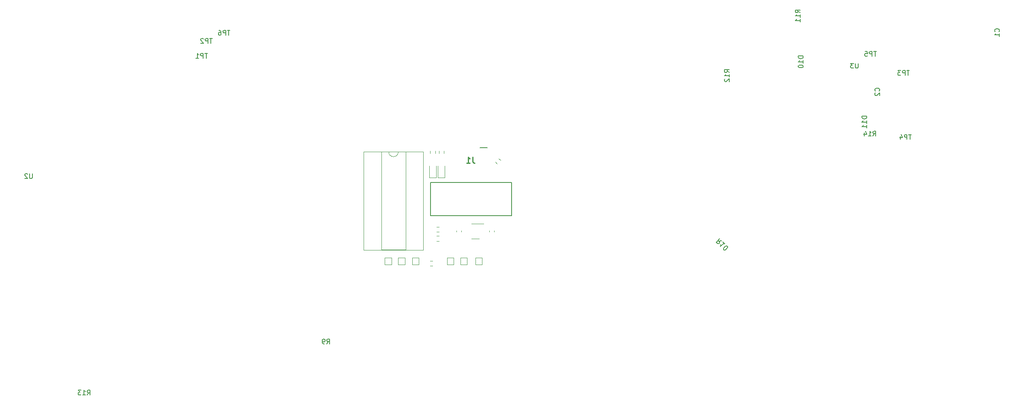
<source format=gbo>
G04 #@! TF.GenerationSoftware,KiCad,Pcbnew,(6.0.1)*
G04 #@! TF.CreationDate,2022-05-01T16:09:43+05:30*
G04 #@! TF.ProjectId,BCD watch V1.0,42434420-7761-4746-9368-2056312e302e,rev?*
G04 #@! TF.SameCoordinates,Original*
G04 #@! TF.FileFunction,Legend,Bot*
G04 #@! TF.FilePolarity,Positive*
%FSLAX46Y46*%
G04 Gerber Fmt 4.6, Leading zero omitted, Abs format (unit mm)*
G04 Created by KiCad (PCBNEW (6.0.1)) date 2022-05-01 16:09:43*
%MOMM*%
%LPD*%
G01*
G04 APERTURE LIST*
%ADD10C,0.150000*%
%ADD11C,0.254000*%
%ADD12C,0.120000*%
%ADD13C,0.200000*%
G04 APERTURE END LIST*
D10*
X82400000Y-58750000D02*
X65400000Y-58750000D01*
X65400000Y-51750000D02*
X82400000Y-51750000D01*
X65400000Y-58750000D02*
X65400000Y-51750000D01*
X82400000Y-51750000D02*
X82400000Y-58750000D01*
G04 #@! TO.C,R11*
X142652380Y-16257142D02*
X142176190Y-15923809D01*
X142652380Y-15685714D02*
X141652380Y-15685714D01*
X141652380Y-16066666D01*
X141700000Y-16161904D01*
X141747619Y-16209523D01*
X141842857Y-16257142D01*
X141985714Y-16257142D01*
X142080952Y-16209523D01*
X142128571Y-16161904D01*
X142176190Y-16066666D01*
X142176190Y-15685714D01*
X142652380Y-17209523D02*
X142652380Y-16638095D01*
X142652380Y-16923809D02*
X141652380Y-16923809D01*
X141795238Y-16828571D01*
X141890476Y-16733333D01*
X141938095Y-16638095D01*
X142652380Y-18161904D02*
X142652380Y-17590476D01*
X142652380Y-17876190D02*
X141652380Y-17876190D01*
X141795238Y-17780952D01*
X141890476Y-17685714D01*
X141938095Y-17590476D01*
G04 #@! TO.C,D11*
X156552380Y-37885714D02*
X155552380Y-37885714D01*
X155552380Y-38123809D01*
X155600000Y-38266666D01*
X155695238Y-38361904D01*
X155790476Y-38409523D01*
X155980952Y-38457142D01*
X156123809Y-38457142D01*
X156314285Y-38409523D01*
X156409523Y-38361904D01*
X156504761Y-38266666D01*
X156552380Y-38123809D01*
X156552380Y-37885714D01*
X156552380Y-39409523D02*
X156552380Y-38838095D01*
X156552380Y-39123809D02*
X155552380Y-39123809D01*
X155695238Y-39028571D01*
X155790476Y-38933333D01*
X155838095Y-38838095D01*
X156552380Y-40361904D02*
X156552380Y-39790476D01*
X156552380Y-40076190D02*
X155552380Y-40076190D01*
X155695238Y-39980952D01*
X155790476Y-39885714D01*
X155838095Y-39790476D01*
G04 #@! TO.C,C1*
X184157142Y-20233333D02*
X184204761Y-20185714D01*
X184252380Y-20042857D01*
X184252380Y-19947619D01*
X184204761Y-19804761D01*
X184109523Y-19709523D01*
X184014285Y-19661904D01*
X183823809Y-19614285D01*
X183680952Y-19614285D01*
X183490476Y-19661904D01*
X183395238Y-19709523D01*
X183300000Y-19804761D01*
X183252380Y-19947619D01*
X183252380Y-20042857D01*
X183300000Y-20185714D01*
X183347619Y-20233333D01*
X184252380Y-21185714D02*
X184252380Y-20614285D01*
X184252380Y-20900000D02*
X183252380Y-20900000D01*
X183395238Y-20804761D01*
X183490476Y-20709523D01*
X183538095Y-20614285D01*
G04 #@! TO.C,R9*
X43766666Y-85552380D02*
X44100000Y-85076190D01*
X44338095Y-85552380D02*
X44338095Y-84552380D01*
X43957142Y-84552380D01*
X43861904Y-84600000D01*
X43814285Y-84647619D01*
X43766666Y-84742857D01*
X43766666Y-84885714D01*
X43814285Y-84980952D01*
X43861904Y-85028571D01*
X43957142Y-85076190D01*
X44338095Y-85076190D01*
X43290476Y-85552380D02*
X43100000Y-85552380D01*
X43004761Y-85504761D01*
X42957142Y-85457142D01*
X42861904Y-85314285D01*
X42814285Y-85123809D01*
X42814285Y-84742857D01*
X42861904Y-84647619D01*
X42909523Y-84600000D01*
X43004761Y-84552380D01*
X43195238Y-84552380D01*
X43290476Y-84600000D01*
X43338095Y-84647619D01*
X43385714Y-84742857D01*
X43385714Y-84980952D01*
X43338095Y-85076190D01*
X43290476Y-85123809D01*
X43195238Y-85171428D01*
X43004761Y-85171428D01*
X42909523Y-85123809D01*
X42861904Y-85076190D01*
X42814285Y-84980952D01*
G04 #@! TO.C,TP4*
X165861904Y-41752380D02*
X165290476Y-41752380D01*
X165576190Y-42752380D02*
X165576190Y-41752380D01*
X164957142Y-42752380D02*
X164957142Y-41752380D01*
X164576190Y-41752380D01*
X164480952Y-41800000D01*
X164433333Y-41847619D01*
X164385714Y-41942857D01*
X164385714Y-42085714D01*
X164433333Y-42180952D01*
X164480952Y-42228571D01*
X164576190Y-42276190D01*
X164957142Y-42276190D01*
X163528571Y-42085714D02*
X163528571Y-42752380D01*
X163766666Y-41704761D02*
X164004761Y-42419047D01*
X163385714Y-42419047D01*
G04 #@! TO.C,TP1*
X18861904Y-24752380D02*
X18290476Y-24752380D01*
X18576190Y-25752380D02*
X18576190Y-24752380D01*
X17957142Y-25752380D02*
X17957142Y-24752380D01*
X17576190Y-24752380D01*
X17480952Y-24800000D01*
X17433333Y-24847619D01*
X17385714Y-24942857D01*
X17385714Y-25085714D01*
X17433333Y-25180952D01*
X17480952Y-25228571D01*
X17576190Y-25276190D01*
X17957142Y-25276190D01*
X16433333Y-25752380D02*
X17004761Y-25752380D01*
X16719047Y-25752380D02*
X16719047Y-24752380D01*
X16814285Y-24895238D01*
X16909523Y-24990476D01*
X17004761Y-25038095D01*
G04 #@! TO.C,R14*
X157842857Y-42042380D02*
X158176190Y-41566190D01*
X158414285Y-42042380D02*
X158414285Y-41042380D01*
X158033333Y-41042380D01*
X157938095Y-41090000D01*
X157890476Y-41137619D01*
X157842857Y-41232857D01*
X157842857Y-41375714D01*
X157890476Y-41470952D01*
X157938095Y-41518571D01*
X158033333Y-41566190D01*
X158414285Y-41566190D01*
X156890476Y-42042380D02*
X157461904Y-42042380D01*
X157176190Y-42042380D02*
X157176190Y-41042380D01*
X157271428Y-41185238D01*
X157366666Y-41280476D01*
X157461904Y-41328095D01*
X156033333Y-41375714D02*
X156033333Y-42042380D01*
X156271428Y-40994761D02*
X156509523Y-41709047D01*
X155890476Y-41709047D01*
G04 #@! TO.C,R13*
X-6257142Y-96252380D02*
X-5923809Y-95776190D01*
X-5685714Y-96252380D02*
X-5685714Y-95252380D01*
X-6066666Y-95252380D01*
X-6161904Y-95300000D01*
X-6209523Y-95347619D01*
X-6257142Y-95442857D01*
X-6257142Y-95585714D01*
X-6209523Y-95680952D01*
X-6161904Y-95728571D01*
X-6066666Y-95776190D01*
X-5685714Y-95776190D01*
X-7209523Y-96252380D02*
X-6638095Y-96252380D01*
X-6923809Y-96252380D02*
X-6923809Y-95252380D01*
X-6828571Y-95395238D01*
X-6733333Y-95490476D01*
X-6638095Y-95538095D01*
X-7542857Y-95252380D02*
X-8161904Y-95252380D01*
X-7828571Y-95633333D01*
X-7971428Y-95633333D01*
X-8066666Y-95680952D01*
X-8114285Y-95728571D01*
X-8161904Y-95823809D01*
X-8161904Y-96061904D01*
X-8114285Y-96157142D01*
X-8066666Y-96204761D01*
X-7971428Y-96252380D01*
X-7685714Y-96252380D01*
X-7590476Y-96204761D01*
X-7542857Y-96157142D01*
G04 #@! TO.C,D10*
X143252380Y-25285714D02*
X142252380Y-25285714D01*
X142252380Y-25523809D01*
X142300000Y-25666666D01*
X142395238Y-25761904D01*
X142490476Y-25809523D01*
X142680952Y-25857142D01*
X142823809Y-25857142D01*
X143014285Y-25809523D01*
X143109523Y-25761904D01*
X143204761Y-25666666D01*
X143252380Y-25523809D01*
X143252380Y-25285714D01*
X143252380Y-26809523D02*
X143252380Y-26238095D01*
X143252380Y-26523809D02*
X142252380Y-26523809D01*
X142395238Y-26428571D01*
X142490476Y-26333333D01*
X142538095Y-26238095D01*
X142252380Y-27428571D02*
X142252380Y-27523809D01*
X142300000Y-27619047D01*
X142347619Y-27666666D01*
X142442857Y-27714285D01*
X142633333Y-27761904D01*
X142871428Y-27761904D01*
X143061904Y-27714285D01*
X143157142Y-27666666D01*
X143204761Y-27619047D01*
X143252380Y-27523809D01*
X143252380Y-27428571D01*
X143204761Y-27333333D01*
X143157142Y-27285714D01*
X143061904Y-27238095D01*
X142871428Y-27190476D01*
X142633333Y-27190476D01*
X142442857Y-27238095D01*
X142347619Y-27285714D01*
X142300000Y-27333333D01*
X142252380Y-27428571D01*
G04 #@! TO.C,R10*
X126246492Y-63991086D02*
X125674073Y-64092101D01*
X125842431Y-63587025D02*
X125135325Y-64294132D01*
X125404699Y-64563506D01*
X125505714Y-64597178D01*
X125573057Y-64597178D01*
X125674073Y-64563506D01*
X125775088Y-64462491D01*
X125808760Y-64361475D01*
X125808760Y-64294132D01*
X125775088Y-64193117D01*
X125505714Y-63923743D01*
X126919928Y-64664521D02*
X126515867Y-64260460D01*
X126717897Y-64462491D02*
X126010790Y-65169598D01*
X126044462Y-65001239D01*
X126044462Y-64866552D01*
X126010790Y-64765537D01*
X126650554Y-65809361D02*
X126717897Y-65876704D01*
X126818912Y-65910376D01*
X126886256Y-65910376D01*
X126987271Y-65876704D01*
X127155630Y-65775689D01*
X127323989Y-65607330D01*
X127425004Y-65438972D01*
X127458676Y-65337956D01*
X127458676Y-65270613D01*
X127425004Y-65169598D01*
X127357660Y-65102254D01*
X127256645Y-65068582D01*
X127189302Y-65068582D01*
X127088286Y-65102254D01*
X126919928Y-65203269D01*
X126751569Y-65371628D01*
X126650554Y-65539987D01*
X126616882Y-65641002D01*
X126616882Y-65708346D01*
X126650554Y-65809361D01*
G04 #@! TO.C,TP5*
X158561904Y-24352380D02*
X157990476Y-24352380D01*
X158276190Y-25352380D02*
X158276190Y-24352380D01*
X157657142Y-25352380D02*
X157657142Y-24352380D01*
X157276190Y-24352380D01*
X157180952Y-24400000D01*
X157133333Y-24447619D01*
X157085714Y-24542857D01*
X157085714Y-24685714D01*
X157133333Y-24780952D01*
X157180952Y-24828571D01*
X157276190Y-24876190D01*
X157657142Y-24876190D01*
X156180952Y-24352380D02*
X156657142Y-24352380D01*
X156704761Y-24828571D01*
X156657142Y-24780952D01*
X156561904Y-24733333D01*
X156323809Y-24733333D01*
X156228571Y-24780952D01*
X156180952Y-24828571D01*
X156133333Y-24923809D01*
X156133333Y-25161904D01*
X156180952Y-25257142D01*
X156228571Y-25304761D01*
X156323809Y-25352380D01*
X156561904Y-25352380D01*
X156657142Y-25304761D01*
X156704761Y-25257142D01*
G04 #@! TO.C,C2*
X159157141Y-32633334D02*
X159204760Y-32585715D01*
X159252379Y-32442858D01*
X159252379Y-32347620D01*
X159204760Y-32204762D01*
X159109522Y-32109524D01*
X159014284Y-32061905D01*
X158823808Y-32014286D01*
X158680951Y-32014286D01*
X158490475Y-32061905D01*
X158395237Y-32109524D01*
X158299999Y-32204762D01*
X158252379Y-32347620D01*
X158252379Y-32442858D01*
X158299999Y-32585715D01*
X158347618Y-32633334D01*
X158347618Y-33014286D02*
X158299999Y-33061905D01*
X158252379Y-33157143D01*
X158252379Y-33395239D01*
X158299999Y-33490477D01*
X158347618Y-33538096D01*
X158442856Y-33585715D01*
X158538094Y-33585715D01*
X158680951Y-33538096D01*
X159252379Y-32966667D01*
X159252379Y-33585715D01*
G04 #@! TO.C,TP3*
X165461904Y-28352380D02*
X164890476Y-28352380D01*
X165176190Y-29352380D02*
X165176190Y-28352380D01*
X164557142Y-29352380D02*
X164557142Y-28352380D01*
X164176190Y-28352380D01*
X164080952Y-28400000D01*
X164033333Y-28447619D01*
X163985714Y-28542857D01*
X163985714Y-28685714D01*
X164033333Y-28780952D01*
X164080952Y-28828571D01*
X164176190Y-28876190D01*
X164557142Y-28876190D01*
X163652380Y-28352380D02*
X163033333Y-28352380D01*
X163366666Y-28733333D01*
X163223809Y-28733333D01*
X163128571Y-28780952D01*
X163080952Y-28828571D01*
X163033333Y-28923809D01*
X163033333Y-29161904D01*
X163080952Y-29257142D01*
X163128571Y-29304761D01*
X163223809Y-29352380D01*
X163509523Y-29352380D01*
X163604761Y-29304761D01*
X163652380Y-29257142D01*
D11*
G04 #@! TO.C,J1*
X74223333Y-46404523D02*
X74223333Y-47311666D01*
X74283809Y-47493095D01*
X74404761Y-47614047D01*
X74586190Y-47674523D01*
X74707142Y-47674523D01*
X72953333Y-47674523D02*
X73679047Y-47674523D01*
X73316190Y-47674523D02*
X73316190Y-46404523D01*
X73437142Y-46585952D01*
X73558095Y-46706904D01*
X73679047Y-46767380D01*
D10*
G04 #@! TO.C,U3*
X154761904Y-26852380D02*
X154761904Y-27661904D01*
X154714285Y-27757142D01*
X154666666Y-27804761D01*
X154571428Y-27852380D01*
X154380952Y-27852380D01*
X154285714Y-27804761D01*
X154238095Y-27757142D01*
X154190476Y-27661904D01*
X154190476Y-26852380D01*
X153809523Y-26852380D02*
X153190476Y-26852380D01*
X153523809Y-27233333D01*
X153380952Y-27233333D01*
X153285714Y-27280952D01*
X153238095Y-27328571D01*
X153190476Y-27423809D01*
X153190476Y-27661904D01*
X153238095Y-27757142D01*
X153285714Y-27804761D01*
X153380952Y-27852380D01*
X153666666Y-27852380D01*
X153761904Y-27804761D01*
X153809523Y-27757142D01*
G04 #@! TO.C,TP6*
X23561904Y-19952380D02*
X22990476Y-19952380D01*
X23276190Y-20952380D02*
X23276190Y-19952380D01*
X22657142Y-20952380D02*
X22657142Y-19952380D01*
X22276190Y-19952380D01*
X22180952Y-20000000D01*
X22133333Y-20047619D01*
X22085714Y-20142857D01*
X22085714Y-20285714D01*
X22133333Y-20380952D01*
X22180952Y-20428571D01*
X22276190Y-20476190D01*
X22657142Y-20476190D01*
X21228571Y-19952380D02*
X21419047Y-19952380D01*
X21514285Y-20000000D01*
X21561904Y-20047619D01*
X21657142Y-20190476D01*
X21704761Y-20380952D01*
X21704761Y-20761904D01*
X21657142Y-20857142D01*
X21609523Y-20904761D01*
X21514285Y-20952380D01*
X21323809Y-20952380D01*
X21228571Y-20904761D01*
X21180952Y-20857142D01*
X21133333Y-20761904D01*
X21133333Y-20523809D01*
X21180952Y-20428571D01*
X21228571Y-20380952D01*
X21323809Y-20333333D01*
X21514285Y-20333333D01*
X21609523Y-20380952D01*
X21657142Y-20428571D01*
X21704761Y-20523809D01*
G04 #@! TO.C,TP2*
X19861904Y-21652380D02*
X19290476Y-21652380D01*
X19576190Y-22652380D02*
X19576190Y-21652380D01*
X18957142Y-22652380D02*
X18957142Y-21652380D01*
X18576190Y-21652380D01*
X18480952Y-21700000D01*
X18433333Y-21747619D01*
X18385714Y-21842857D01*
X18385714Y-21985714D01*
X18433333Y-22080952D01*
X18480952Y-22128571D01*
X18576190Y-22176190D01*
X18957142Y-22176190D01*
X18004761Y-21747619D02*
X17957142Y-21700000D01*
X17861904Y-21652380D01*
X17623809Y-21652380D01*
X17528571Y-21700000D01*
X17480952Y-21747619D01*
X17433333Y-21842857D01*
X17433333Y-21938095D01*
X17480952Y-22080952D01*
X18052380Y-22652380D01*
X17433333Y-22652380D01*
G04 #@! TO.C,U2*
X-17738095Y-49952380D02*
X-17738095Y-50761904D01*
X-17785714Y-50857142D01*
X-17833333Y-50904761D01*
X-17928571Y-50952380D01*
X-18119047Y-50952380D01*
X-18214285Y-50904761D01*
X-18261904Y-50857142D01*
X-18309523Y-50761904D01*
X-18309523Y-49952380D01*
X-18738095Y-50047619D02*
X-18785714Y-50000000D01*
X-18880952Y-49952380D01*
X-19119047Y-49952380D01*
X-19214285Y-50000000D01*
X-19261904Y-50047619D01*
X-19309523Y-50142857D01*
X-19309523Y-50238095D01*
X-19261904Y-50380952D01*
X-18690476Y-50952380D01*
X-19309523Y-50952380D01*
G04 #@! TO.C,R12*
X127852380Y-28757142D02*
X127376190Y-28423809D01*
X127852380Y-28185714D02*
X126852380Y-28185714D01*
X126852380Y-28566666D01*
X126900000Y-28661904D01*
X126947619Y-28709523D01*
X127042857Y-28757142D01*
X127185714Y-28757142D01*
X127280952Y-28709523D01*
X127328571Y-28661904D01*
X127376190Y-28566666D01*
X127376190Y-28185714D01*
X127852380Y-29709523D02*
X127852380Y-29138095D01*
X127852380Y-29423809D02*
X126852380Y-29423809D01*
X126995238Y-29328571D01*
X127090476Y-29233333D01*
X127138095Y-29138095D01*
X126947619Y-30090476D02*
X126900000Y-30138095D01*
X126852380Y-30233333D01*
X126852380Y-30471428D01*
X126900000Y-30566666D01*
X126947619Y-30614285D01*
X127042857Y-30661904D01*
X127138095Y-30661904D01*
X127280952Y-30614285D01*
X127852380Y-30042857D01*
X127852380Y-30661904D01*
D12*
G04 #@! TO.C,R11*
X67177500Y-45654724D02*
X67177500Y-45145276D01*
X68222500Y-45654724D02*
X68222500Y-45145276D01*
G04 #@! TO.C,D11*
X65165000Y-50760000D02*
X65165000Y-48300000D01*
X66635000Y-48300000D02*
X66635000Y-50760000D01*
X66635000Y-50760000D02*
X65165000Y-50760000D01*
G04 #@! TO.C,C1*
X77690000Y-61853733D02*
X77690000Y-62146267D01*
X78710000Y-61853733D02*
X78710000Y-62146267D01*
G04 #@! TO.C,R9*
X65854724Y-69222500D02*
X65345276Y-69222500D01*
X65854724Y-68177500D02*
X65345276Y-68177500D01*
G04 #@! TO.C,TP4*
X73100000Y-68950000D02*
X73100000Y-67550000D01*
X73100000Y-67550000D02*
X71700000Y-67550000D01*
X71700000Y-68950000D02*
X73100000Y-68950000D01*
X71700000Y-67550000D02*
X71700000Y-68950000D01*
G04 #@! TO.C,TP1*
X60100000Y-68950000D02*
X60100000Y-67550000D01*
X58700000Y-67550000D02*
X58700000Y-68950000D01*
X60100000Y-67550000D02*
X58700000Y-67550000D01*
X58700000Y-68950000D02*
X60100000Y-68950000D01*
G04 #@! TO.C,R14*
X67254724Y-62122500D02*
X66745276Y-62122500D01*
X67254724Y-61077500D02*
X66745276Y-61077500D01*
G04 #@! TO.C,R13*
X66745276Y-62977500D02*
X67254724Y-62977500D01*
X66745276Y-64022500D02*
X67254724Y-64022500D01*
G04 #@! TO.C,D10*
X68435000Y-48300000D02*
X68435000Y-50760000D01*
X66965000Y-50760000D02*
X66965000Y-48300000D01*
X68435000Y-50760000D02*
X66965000Y-50760000D01*
G04 #@! TO.C,R10*
X80049580Y-47110654D02*
X79689346Y-46750420D01*
X79310654Y-47849580D02*
X78950420Y-47489346D01*
G04 #@! TO.C,TP5*
X76200000Y-67550000D02*
X74800000Y-67550000D01*
X74800000Y-67550000D02*
X74800000Y-68950000D01*
X76200000Y-68950000D02*
X76200000Y-67550000D01*
X74800000Y-68950000D02*
X76200000Y-68950000D01*
G04 #@! TO.C,C2*
X70889999Y-61816234D02*
X70889999Y-62108768D01*
X71909999Y-61816234D02*
X71909999Y-62108768D01*
G04 #@! TO.C,TP3*
X68900000Y-68950000D02*
X70300000Y-68950000D01*
X70300000Y-67550000D02*
X68900000Y-67550000D01*
X70300000Y-68950000D02*
X70300000Y-67550000D01*
X68900000Y-67550000D02*
X68900000Y-68950000D01*
D13*
G04 #@! TO.C,J1*
X77275000Y-44495000D02*
X75750000Y-44495000D01*
D12*
G04 #@! TO.C,U3*
X74766666Y-60410000D02*
X76566666Y-60410000D01*
X74766666Y-63530000D02*
X75566666Y-63530000D01*
X74766666Y-63530000D02*
X73966666Y-63530000D01*
X74766666Y-60410000D02*
X73966666Y-60410000D01*
G04 #@! TO.C,TP6*
X61600000Y-67550000D02*
X61600000Y-68950000D01*
X63000000Y-68950000D02*
X63000000Y-67550000D01*
X63000000Y-67550000D02*
X61600000Y-67550000D01*
X61600000Y-68950000D02*
X63000000Y-68950000D01*
G04 #@! TO.C,TP2*
X55900000Y-68950000D02*
X57300000Y-68950000D01*
X57300000Y-67550000D02*
X55900000Y-67550000D01*
X57300000Y-68950000D02*
X57300000Y-67550000D01*
X55900000Y-67550000D02*
X55900000Y-68950000D01*
G04 #@! TO.C,U2*
X58700000Y-45380000D02*
X60235000Y-45380000D01*
X51465000Y-45320000D02*
X63935000Y-45320000D01*
X55165000Y-45380000D02*
X56700000Y-45380000D01*
X60235000Y-45380000D02*
X60235000Y-65820000D01*
X60235000Y-65820000D02*
X55165000Y-65820000D01*
X55165000Y-65820000D02*
X55165000Y-45380000D01*
X63935000Y-65880000D02*
X51465000Y-65880000D01*
X51465000Y-65880000D02*
X51465000Y-45320000D01*
X63935000Y-45320000D02*
X63935000Y-65880000D01*
X56700000Y-45380000D02*
G75*
G03*
X58700000Y-45380000I1000000J0D01*
G01*
G04 #@! TO.C,R12*
X65377500Y-45654724D02*
X65377500Y-45145276D01*
X66422500Y-45654724D02*
X66422500Y-45145276D01*
G04 #@! TD*
M02*

</source>
